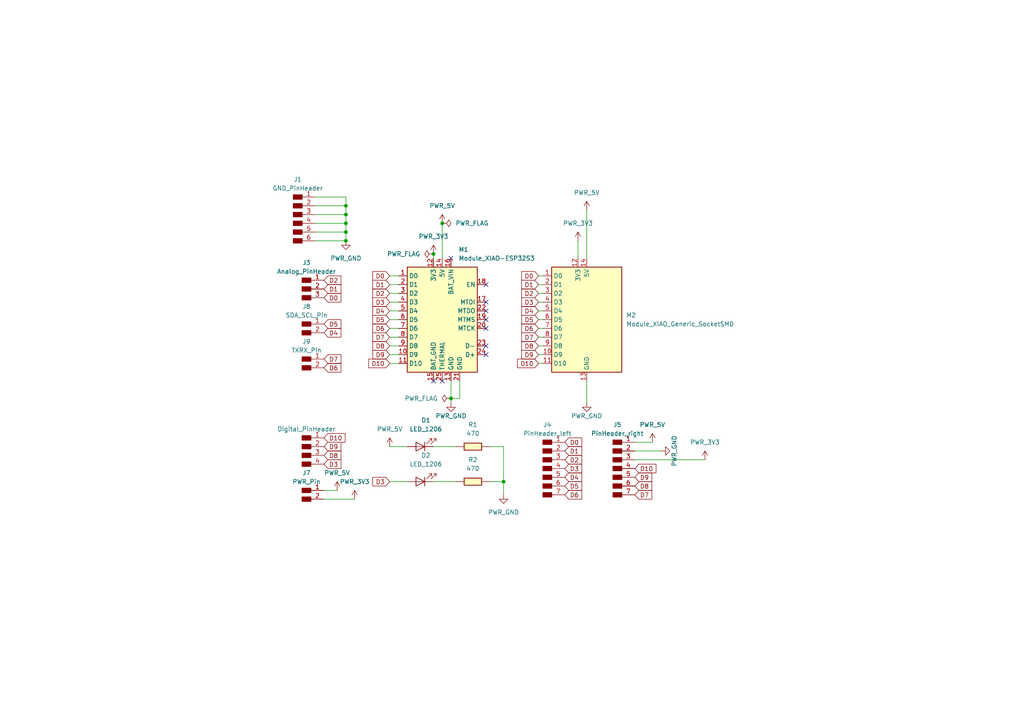
<source format=kicad_sch>
(kicad_sch (version 20231120) (generator "eeschema") (generator_version "8.0")
  (paper "A4")
  (lib_symbols
    (symbol "fab:LED_1206" (pin_numbers hide) (pin_names (offset 1.016) hide)
      (property "Reference" "D" (at 0 2.54 0))
      (property "Value" "LED_1206" (at 0 -2.54 0))
      (symbol "LED_1206_0_1"
        (polyline (pts (xy -1.27 -1.27) (xy -1.27 1.27)) (stroke (width 0.2032)))
        (polyline (pts (xy -1.27 0) (xy 1.27 0)))
        (polyline (pts (xy 1.27 -1.27) (xy 1.27 1.27) (xy -1.27 0) (xy 1.27 -1.27)) (stroke (width 0.2032)))
        (polyline (pts (xy -3.048 -0.762) (xy -4.572 -2.286) (xy -3.81 -2.286) (xy -4.572 -2.286) (xy -4.572 -1.524)))
        (polyline (pts (xy -1.778 -0.762) (xy -3.302 -2.286) (xy -2.54 -2.286) (xy -3.302 -2.286) (xy -3.302 -1.524)))
      )
      (symbol "LED_1206_1_1"
        (pin passive line (at -3.81 0 0) (length 2.54) (name "K") (number "1"))
        (pin passive line (at 3.81 0 180) (length 2.54) (name "A") (number "2"))
      )
    )
    (symbol "fab:Module_XIAO-ESP32S3"
      (property "Reference" "M" (at -10.16 16.51 0))
      (property "Value" "Module_XIAO-ESP32S3" (at 3.81 16.51 0))
      (symbol "Module_XIAO-ESP32S3_1_1"
        (rectangle (start -10.16 15.24) (end 10.16 -15.24) (stroke (width 0.254)) (fill (type background)))
        (pin bidirectional line (at -12.7 12.7 0) (length 2.54) (name "D0") (number "1"))
        (pin bidirectional line (at -12.7 -10.16 0) (length 2.54) (name "D9") (number "10"))
        (pin bidirectional line (at -12.7 -12.7 0) (length 2.54) (name "D10") (number "11"))
        (pin power_in line (at -2.54 17.78 270) (length 2.54) (name "3V3") (number "12"))
        (pin power_in line (at 2.54 -17.78 90) (length 2.54) (name "GND") (number "13"))
        (pin power_in line (at 0 17.78 270) (length 2.54) (name "5V") (number "14"))
        (pin power_in line (at -2.54 -17.78 90) (length 2.54) (name "BAT_GND") (number "15"))
        (pin power_in line (at 2.54 17.78 270) (length 2.54) (name "BAT_VIN") (number "16"))
        (pin input line (at 12.7 5.08 180) (length 2.54) (name "MTDI") (number "17"))
        (pin input line (at 12.7 10.16 180) (length 2.54) (name "EN") (number "18"))
        (pin input line (at 12.7 0 180) (length 2.54) (name "MTMS") (number "19"))
        (pin bidirectional line (at -12.7 10.16 0) (length 2.54) (name "D1") (number "2"))
        (pin input line (at 12.7 -2.54 180) (length 2.54) (name "MTCK") (number "20"))
        (pin power_in line (at 5.08 -17.78 90) (length 2.54) (name "GND") (number "21"))
        (pin output line (at 12.7 2.54 180) (length 2.54) (name "MTDO") (number "22"))
        (pin bidirectional line (at 12.7 -7.62 180) (length 2.54) (name "D-") (number "23"))
        (pin bidirectional line (at 12.7 -10.16 180) (length 2.54) (name "D+") (number "24"))
        (pin power_in line (at 0 -17.78 90) (length 2.54) (name "THERMAL") (number "25"))
        (pin bidirectional line (at -12.7 7.62 0) (length 2.54) (name "D2") (number "3"))
        (pin bidirectional line (at -12.7 5.08 0) (length 2.54) (name "D3") (number "4"))
        (pin bidirectional line (at -12.7 2.54 0) (length 2.54) (name "D4") (number "5"))
        (pin bidirectional line (at -12.7 0 0) (length 2.54) (name "D5") (number "6"))
        (pin bidirectional line (at -12.7 -2.54 0) (length 2.54) (name "D6") (number "7"))
        (pin bidirectional line (at -12.7 -5.08 0) (length 2.54) (name "D7") (number "8"))
        (pin bidirectional line (at -12.7 -7.62 0) (length 2.54) (name "D8") (number "9"))
      )
    )
    (symbol "fab:Module_XIAO_Generic_SocketSMD"
      (property "Reference" "M" (at -10.16 16.51 0))
      (property "Value" "Module_XIAO_Generic_SocketSMD" (at 1.27 16.51 0))
      (symbol "Module_XIAO_Generic_SocketSMD_1_1"
        (rectangle (start -10.16 15.24) (end 10.16 -15.24) (stroke (width 0.254)) (fill (type background)))
        (pin bidirectional line (at -12.7 12.7 0) (length 2.54) (name "D0") (number "1"))
        (pin bidirectional line (at -12.7 -10.16 0) (length 2.54) (name "D9") (number "10"))
        (pin bidirectional line (at -12.7 -12.7 0) (length 2.54) (name "D10") (number "11"))
        (pin power_in line (at -2.54 17.78 270) (length 2.54) (name "3V3") (number "12"))
        (pin power_in line (at 0 -17.78 90) (length 2.54) (name "GND") (number "13"))
        (pin power_in line (at 0 17.78 270) (length 2.54) (name "5V") (number "14"))
        (pin bidirectional line (at -12.7 10.16 0) (length 2.54) (name "D1") (number "2"))
        (pin bidirectional line (at -12.7 7.62 0) (length 2.54) (name "D2") (number "3"))
        (pin bidirectional line (at -12.7 5.08 0) (length 2.54) (name "D3") (number "4"))
        (pin bidirectional line (at -12.7 2.54 0) (length 2.54) (name "D4") (number "5"))
        (pin bidirectional line (at -12.7 0 0) (length 2.54) (name "D5") (number "6"))
        (pin bidirectional line (at -12.7 -2.54 0) (length 2.54) (name "D6") (number "7"))
        (pin bidirectional line (at -12.7 -5.08 0) (length 2.54) (name "D7") (number "8"))
        (pin bidirectional line (at -12.7 -7.62 0) (length 2.54) (name "D8") (number "9"))
      )
    )
    (symbol "fab:PWR_3V3" (power) (pin_names (offset 0))
      (property "Value" "PWR_3V3" (at 0 3.556 0))
      (symbol "PWR_3V3_0_1"
        (polyline (pts (xy -0.762 1.27) (xy 0 2.54)))
        (polyline (pts (xy 0 0) (xy 0 2.54)))
        (polyline (pts (xy 0 2.54) (xy 0.762 1.27)))
      )
      (symbol "PWR_3V3_1_1"
        (pin power_in line (at 0 0 90) (length 0) hide (name "PWR_3V3") (number "1"))
      )
    )
    (symbol "fab:PWR_5V" (power) (pin_names (offset 0))
      (property "Value" "PWR_5V" (at 0 3.556 0))
      (symbol "PWR_5V_0_1"
        (polyline (pts (xy -0.762 1.27) (xy 0 2.54)))
        (polyline (pts (xy 0 0) (xy 0 2.54)))
        (polyline (pts (xy 0 2.54) (xy 0.762 1.27)))
      )
      (symbol "PWR_5V_1_1"
        (pin power_in line (at 0 0 90) (length 0) hide (name "PWR_5V") (number "1"))
      )
    )
    (symbol "fab:PWR_FLAG" (power) (pin_numbers hide) (pin_names (offset 0) hide)
      (property "Value" "PWR_FLAG" (at 0 3.81 0))
      (symbol "PWR_FLAG_0_1"
        (polyline (pts (xy 0 0) (xy 0 1.27) (xy -1.016 1.905) (xy 0 2.54) (xy 1.016 1.905) (xy 0 1.27)))
      )
      (symbol "PWR_FLAG_1_0"
        (pin power_out line (at 0 0 90) (length 0) (name "PWR_FLAG") (number "1"))
      )
    )
    (symbol "fab:PWR_GND" (power) (pin_names (offset 0))
      (property "Value" "PWR_GND" (at 0 -3.81 0))
      (symbol "PWR_GND_0_1"
        (polyline (pts (xy 0 0) (xy 0 -1.27) (xy 1.27 -1.27) (xy 0 -2.54) (xy -1.27 -1.27) (xy 0 -1.27)))
      )
      (symbol "PWR_GND_1_1"
        (pin power_in line (at 0 0 270) (length 0) hide (name "PWR_GND") (number "1"))
      )
    )
    (symbol "fab:PinHeader_01x02_P2.54mm_Horizontal_SMD" (pin_names hide)
      (property "Reference" "J" (at 0 2.54 0))
      (property "Value" "PinHeader_01x02_P2.54mm_Horizontal_SMD" (at 0 -5.08 0))
      (symbol "PinHeader_01x02_P2.54mm_Horizontal_SMD_1_1"
        (rectangle (start -1.27 -1.905) (end 1.27 -3.175) (stroke (width 0.254)) (fill (type outline)))
        (rectangle (start -1.27 0.635) (end 1.27 -0.635) (stroke (width 0.254)) (fill (type outline)))
        (pin passive line (at 5.08 0 180) (length 3.81) (name "Pin_1") (number "1"))
        (pin passive line (at 5.08 -2.54 180) (length 3.81) (name "Pin_2") (number "2"))
      )
    )
    (symbol "fab:PinHeader_01x03_P2.54mm_Horizontal_SMD" (pin_names hide)
      (property "Reference" "J" (at 0 5.08 0))
      (property "Value" "PinHeader_01x03_P2.54mm_Horizontal_SMD" (at 0 -5.08 0))
      (symbol "PinHeader_01x03_P2.54mm_Horizontal_SMD_1_1"
        (rectangle (start -1.27 -1.905) (end 1.27 -3.175) (stroke (width 0.254)) (fill (type outline)))
        (rectangle (start -1.27 0.635) (end 1.27 -0.635) (stroke (width 0.254)) (fill (type outline)))
        (rectangle (start -1.27 3.175) (end 1.27 1.905) (stroke (width 0.254)) (fill (type outline)))
        (pin passive line (at 5.08 2.54 180) (length 3.81) (name "Pin_1") (number "1"))
        (pin passive line (at 5.08 0 180) (length 3.81) (name "Pin_2") (number "2"))
        (pin passive line (at 5.08 -2.54 180) (length 3.81) (name "Pin_3") (number "3"))
      )
    )
    (symbol "fab:PinHeader_01x04_P2.54mm_Horizontal_SMD" (pin_names hide)
      (property "Reference" "J" (at 0 5.08 0))
      (property "Value" "PinHeader_01x04_P2.54mm_Horizontal_SMD" (at 0 -7.62 0))
      (symbol "PinHeader_01x04_P2.54mm_Horizontal_SMD_1_1"
        (rectangle (start -1.27 -4.445) (end 1.27 -5.715) (stroke (width 0.254)) (fill (type outline)))
        (rectangle (start -1.27 -1.905) (end 1.27 -3.175) (stroke (width 0.254)) (fill (type outline)))
        (rectangle (start -1.27 0.635) (end 1.27 -0.635) (stroke (width 0.254)) (fill (type outline)))
        (rectangle (start -1.27 3.175) (end 1.27 1.905) (stroke (width 0.254)) (fill (type outline)))
        (pin passive line (at 5.08 2.54 180) (length 3.81) (name "Pin_1") (number "1"))
        (pin passive line (at 5.08 0 180) (length 3.81) (name "Pin_2") (number "2"))
        (pin passive line (at 5.08 -2.54 180) (length 3.81) (name "Pin_3") (number "3"))
        (pin passive line (at 5.08 -5.08 180) (length 3.81) (name "Pin_4") (number "4"))
      )
    )
    (symbol "fab:PinHeader_01x06_P2.54mm_Horizontal_SMD" (pin_names hide)
      (property "Reference" "J" (at 0 7.62 0))
      (property "Value" "PinHeader_01x06_P2.54mm_Horizontal_SMD" (at 0 -10.16 0))
      (symbol "PinHeader_01x06_P2.54mm_Horizontal_SMD_1_1"
        (rectangle (start -1.27 -6.985) (end 1.27 -8.255) (stroke (width 0.254)) (fill (type outline)))
        (rectangle (start -1.27 -4.445) (end 1.27 -5.715) (stroke (width 0.254)) (fill (type outline)))
        (rectangle (start -1.27 -1.905) (end 1.27 -3.175) (stroke (width 0.254)) (fill (type outline)))
        (rectangle (start -1.27 0.635) (end 1.27 -0.635) (stroke (width 0.254)) (fill (type outline)))
        (rectangle (start -1.27 3.175) (end 1.27 1.905) (stroke (width 0.254)) (fill (type outline)))
        (rectangle (start -1.27 5.715) (end 1.27 4.445) (stroke (width 0.254)) (fill (type outline)))
        (pin passive line (at 5.08 5.08 180) (length 3.81) (name "Pin_1") (number "1"))
        (pin passive line (at 5.08 2.54 180) (length 3.81) (name "Pin_2") (number "2"))
        (pin passive line (at 5.08 0 180) (length 3.81) (name "Pin_3") (number "3"))
        (pin passive line (at 5.08 -2.54 180) (length 3.81) (name "Pin_4") (number "4"))
        (pin passive line (at 5.08 -5.08 180) (length 3.81) (name "Pin_5") (number "5"))
        (pin passive line (at 5.08 -7.62 180) (length 3.81) (name "Pin_6") (number "6"))
      )
    )
    (symbol "fab:PinHeader_01x07_P2.54mm_Vertical_THT_D1.4mm" (pin_names hide)
      (property "Reference" "J" (at 0 10.16 0))
      (property "Value" "PinHeader_01x07_P2.54mm_Vertical_THT_D1.4mm" (at 0 -10.16 0))
      (symbol "PinHeader_01x07_P2.54mm_Vertical_THT_D1.4mm_1_1"
        (rectangle (start -1.27 -6.985) (end 1.27 -8.255) (stroke (width 0.254)) (fill (type outline)))
        (rectangle (start -1.27 -4.445) (end 1.27 -5.715) (stroke (width 0.254)) (fill (type outline)))
        (rectangle (start -1.27 -1.905) (end 1.27 -3.175) (stroke (width 0.254)) (fill (type outline)))
        (rectangle (start -1.27 0.635) (end 1.27 -0.635) (stroke (width 0.254)) (fill (type outline)))
        (rectangle (start -1.27 3.175) (end 1.27 1.905) (stroke (width 0.254)) (fill (type outline)))
        (rectangle (start -1.27 5.715) (end 1.27 4.445) (stroke (width 0.254)) (fill (type outline)))
        (rectangle (start -1.27 8.255) (end 1.27 6.985) (stroke (width 0.254)) (fill (type outline)))
        (pin passive line (at 5.08 7.62 180) (length 3.81) (name "Pin_1") (number "1"))
        (pin passive line (at 5.08 5.08 180) (length 3.81) (name "Pin_2") (number "2"))
        (pin passive line (at 5.08 2.54 180) (length 3.81) (name "Pin_3") (number "3"))
        (pin passive line (at 5.08 0 180) (length 3.81) (name "Pin_4") (number "4"))
        (pin passive line (at 5.08 -2.54 180) (length 3.81) (name "Pin_5") (number "5"))
        (pin passive line (at 5.08 -5.08 180) (length 3.81) (name "Pin_6") (number "6"))
        (pin passive line (at 5.08 -7.62 180) (length 3.81) (name "Pin_7") (number "7"))
      )
    )
    (symbol "fab:R_1206" (pin_numbers hide) (pin_names (offset 0))
      (property "Reference" "R" (at 2.54 0 90))
      (property "Value" "R_1206" (at -2.54 0 90))
      (symbol "R_1206_0_1"
        (rectangle (start -1.016 -2.54) (end 1.016 2.54) (stroke (width 0.254)) (fill (type background)))
      )
      (symbol "R_1206_1_1"
        (pin passive line (at 0 5.08 270) (length 2.54) (name "~") (number "1"))
        (pin passive line (at 0 -5.08 90) (length 2.54) (name "~") (number "2"))
      )
    )
  )
  (junction (at 125.73 73.66))
  (junction (at 100.33 59.69))
  (junction (at 100.33 64.77))
  (junction (at 146.05 139.7))
  (junction (at 100.33 69.85))
  (junction (at 130.81 115.57))
  (junction (at 128.27 64.77))
  (junction (at 100.33 67.31))
  (junction (at 100.33 62.23))
  (no_connect (at 140.97 82.55))
  (no_connect (at 128.27 110.49))
  (no_connect (at 140.97 100.33))
  (no_connect (at 125.73 110.49))
  (no_connect (at 140.97 92.71))
  (no_connect (at 130.81 74.93))
  (no_connect (at 140.97 87.63))
  (no_connect (at 140.97 90.17))
  (no_connect (at 140.97 95.25))
  (no_connect (at 140.97 102.87))
  (wire (pts (xy 157.48 80.01) (xy 156.21 80.01)))
  (wire (pts (xy 157.48 87.63) (xy 156.21 87.63)))
  (wire (pts (xy 157.48 85.09) (xy 156.21 85.09)))
  (wire (pts (xy 113.03 97.79) (xy 115.57 97.79)))
  (wire (pts (xy 113.03 100.33) (xy 115.57 100.33)))
  (wire (pts (xy 91.44 64.77) (xy 100.33 64.77)))
  (wire (pts (xy 97.79 142.24) (xy 93.98 142.24)))
  (wire (pts (xy 91.44 67.31) (xy 100.33 67.31)))
  (wire (pts (xy 130.81 110.49) (xy 130.81 115.57)))
  (wire (pts (xy 113.03 80.01) (xy 115.57 80.01)))
  (wire (pts (xy 113.03 92.71) (xy 115.57 92.71)))
  (wire (pts (xy 191.77 130.81) (xy 184.15 130.81)))
  (wire (pts (xy 146.05 129.54) (xy 146.05 139.7)))
  (wire (pts (xy 128.27 74.93) (xy 128.27 64.77)))
  (wire (pts (xy 157.48 105.41) (xy 156.21 105.41)))
  (wire (pts (xy 125.73 139.7) (xy 132.08 139.7)))
  (wire (pts (xy 157.48 90.17) (xy 156.21 90.17)))
  (wire (pts (xy 113.03 105.41) (xy 115.57 105.41)))
  (wire (pts (xy 130.81 116.84) (xy 130.81 115.57)))
  (wire (pts (xy 113.03 87.63) (xy 115.57 87.63)))
  (wire (pts (xy 157.48 92.71) (xy 156.21 92.71)))
  (wire (pts (xy 130.81 115.57) (xy 133.35 115.57)))
  (wire (pts (xy 113.03 90.17) (xy 115.57 90.17)))
  (wire (pts (xy 113.03 129.54) (xy 118.11 129.54)))
  (wire (pts (xy 157.48 95.25) (xy 156.21 95.25)))
  (wire (pts (xy 189.23 128.27) (xy 184.15 128.27)))
  (wire (pts (xy 125.73 129.54) (xy 132.08 129.54)))
  (wire (pts (xy 157.48 100.33) (xy 156.21 100.33)))
  (wire (pts (xy 91.44 57.15) (xy 100.33 57.15)))
  (wire (pts (xy 100.33 64.77) (xy 100.33 67.31)))
  (wire (pts (xy 102.87 144.78) (xy 93.98 144.78)))
  (wire (pts (xy 113.03 82.55) (xy 115.57 82.55)))
  (wire (pts (xy 91.44 69.85) (xy 100.33 69.85)))
  (wire (pts (xy 133.35 110.49) (xy 133.35 115.57)))
  (wire (pts (xy 100.33 57.15) (xy 100.33 59.69)))
  (wire (pts (xy 113.03 102.87) (xy 115.57 102.87)))
  (wire (pts (xy 157.48 82.55) (xy 156.21 82.55)))
  (wire (pts (xy 113.03 95.25) (xy 115.57 95.25)))
  (wire (pts (xy 157.48 97.79) (xy 156.21 97.79)))
  (wire (pts (xy 204.47 133.35) (xy 184.15 133.35)))
  (wire (pts (xy 167.64 69.85) (xy 167.64 74.93)))
  (wire (pts (xy 91.44 59.69) (xy 100.33 59.69)))
  (wire (pts (xy 146.05 139.7) (xy 146.05 143.51)))
  (wire (pts (xy 170.18 110.49) (xy 170.18 116.84)))
  (wire (pts (xy 91.44 62.23) (xy 100.33 62.23)))
  (wire (pts (xy 100.33 59.69) (xy 100.33 62.23)))
  (wire (pts (xy 113.03 85.09) (xy 115.57 85.09)))
  (wire (pts (xy 142.24 129.54) (xy 146.05 129.54)))
  (wire (pts (xy 125.73 73.66) (xy 125.73 74.93)))
  (wire (pts (xy 113.03 139.7) (xy 118.11 139.7)))
  (wire (pts (xy 170.18 60.96) (xy 170.18 74.93)))
  (wire (pts (xy 142.24 139.7) (xy 146.05 139.7)))
  (wire (pts (xy 157.48 102.87) (xy 156.21 102.87)))
  (wire (pts (xy 100.33 67.31) (xy 100.33 69.85)))
  (wire (pts (xy 100.33 62.23) (xy 100.33 64.77)))
  (global_label "D1" (shape input) (at 163.83 130.81 0) (property "Intersheetrefs" "${INTERSHEET_REFS}" (effects (hide yes))))
  (global_label "D2" (shape input) (at 163.83 133.35 0) (property "Intersheetrefs" "${INTERSHEET_REFS}" (effects (hide yes))))
  (global_label "D9" (shape input) (at 113.03 102.87 180) (property "Intersheetrefs" "${INTERSHEET_REFS}" (effects (hide yes))))
  (global_label "D7" (shape input) (at 93.98 104.14 0) (property "Intersheetrefs" "${INTERSHEET_REFS}" (effects (hide yes))))
  (global_label "D0" (shape input) (at 93.98 86.36 0) (property "Intersheetrefs" "${INTERSHEET_REFS}" (effects (hide yes))))
  (global_label "D8" (shape input) (at 113.03 100.33 180) (property "Intersheetrefs" "${INTERSHEET_REFS}" (effects (hide yes))))
  (global_label "D7" (shape input) (at 184.15 143.51 0) (property "Intersheetrefs" "${INTERSHEET_REFS}" (effects (hide yes))))
  (global_label "D3" (shape input) (at 163.83 135.89 0) (property "Intersheetrefs" "${INTERSHEET_REFS}" (effects (hide yes))))
  (global_label "D5" (shape input) (at 163.83 140.97 0) (property "Intersheetrefs" "${INTERSHEET_REFS}" (effects (hide yes))))
  (global_label "D3" (shape input) (at 93.98 134.62 0) (property "Intersheetrefs" "${INTERSHEET_REFS}" (effects (hide yes))))
  (global_label "D0" (shape input) (at 163.83 128.27 0) (property "Intersheetrefs" "${INTERSHEET_REFS}" (effects (hide yes))))
  (global_label "D4" (shape input) (at 113.03 90.17 180) (property "Intersheetrefs" "${INTERSHEET_REFS}" (effects (hide yes))))
  (global_label "D0" (shape input) (at 156.21 80.01 180) (property "Intersheetrefs" "${INTERSHEET_REFS}" (effects (hide yes))))
  (global_label "D0" (shape input) (at 113.03 80.01 180) (property "Intersheetrefs" "${INTERSHEET_REFS}" (effects (hide yes))))
  (global_label "D9" (shape input) (at 93.98 129.54 0) (property "Intersheetrefs" "${INTERSHEET_REFS}" (effects (hide yes))))
  (global_label "D5" (shape input) (at 93.98 93.98 0) (property "Intersheetrefs" "${INTERSHEET_REFS}" (effects (hide yes))))
  (global_label "D9" (shape input) (at 156.21 102.87 180) (property "Intersheetrefs" "${INTERSHEET_REFS}" (effects (hide yes))))
  (global_label "D4" (shape input) (at 163.83 138.43 0) (property "Intersheetrefs" "${INTERSHEET_REFS}" (effects (hide yes))))
  (global_label "D6" (shape input) (at 93.98 106.68 0) (property "Intersheetrefs" "${INTERSHEET_REFS}" (effects (hide yes))))
  (global_label "D1" (shape input) (at 156.21 82.55 180) (property "Intersheetrefs" "${INTERSHEET_REFS}" (effects (hide yes))))
  (global_label "D3" (shape input) (at 156.21 87.63 180) (property "Intersheetrefs" "${INTERSHEET_REFS}" (effects (hide yes))))
  (global_label "D2" (shape input) (at 156.21 85.09 180) (property "Intersheetrefs" "${INTERSHEET_REFS}" (effects (hide yes))))
  (global_label "D6" (shape input) (at 113.03 95.25 180) (property "Intersheetrefs" "${INTERSHEET_REFS}" (effects (hide yes))))
  (global_label "D3" (shape input) (at 113.03 87.63 180) (property "Intersheetrefs" "${INTERSHEET_REFS}" (effects (hide yes))))
  (global_label "D7" (shape input) (at 156.21 97.79 180) (property "Intersheetrefs" "${INTERSHEET_REFS}" (effects (hide yes))))
  (global_label "D1" (shape input) (at 93.98 83.82 0) (property "Intersheetrefs" "${INTERSHEET_REFS}" (effects (hide yes))))
  (global_label "D8" (shape input) (at 184.15 140.97 0) (property "Intersheetrefs" "${INTERSHEET_REFS}" (effects (hide yes))))
  (global_label "D7" (shape input) (at 113.03 97.79 180) (property "Intersheetrefs" "${INTERSHEET_REFS}" (effects (hide yes))))
  (global_label "D5" (shape input) (at 156.21 92.71 180) (property "Intersheetrefs" "${INTERSHEET_REFS}" (effects (hide yes))))
  (global_label "D9" (shape input) (at 184.15 138.43 0) (property "Intersheetrefs" "${INTERSHEET_REFS}" (effects (hide yes))))
  (global_label "D2" (shape input) (at 113.03 85.09 180) (property "Intersheetrefs" "${INTERSHEET_REFS}" (effects (hide yes))))
  (global_label "D10" (shape input) (at 156.21 105.41 180) (property "Intersheetrefs" "${INTERSHEET_REFS}" (effects (hide yes))))
  (global_label "D10" (shape input) (at 113.03 105.41 180) (property "Intersheetrefs" "${INTERSHEET_REFS}" (effects (hide yes))))
  (global_label "D8" (shape input) (at 93.98 132.08 0) (property "Intersheetrefs" "${INTERSHEET_REFS}" (effects (hide yes))))
  (global_label "D10" (shape input) (at 184.15 135.89 0) (property "Intersheetrefs" "${INTERSHEET_REFS}" (effects (hide yes))))
  (global_label "D6" (shape input) (at 163.83 143.51 0) (property "Intersheetrefs" "${INTERSHEET_REFS}" (effects (hide yes))))
  (global_label "D1" (shape input) (at 113.03 82.55 180) (property "Intersheetrefs" "${INTERSHEET_REFS}" (effects (hide yes))))
  (global_label "D4" (shape input) (at 93.98 96.52 0) (property "Intersheetrefs" "${INTERSHEET_REFS}" (effects (hide yes))))
  (global_label "D4" (shape input) (at 156.21 90.17 180) (property "Intersheetrefs" "${INTERSHEET_REFS}" (effects (hide yes))))
  (global_label "D2" (shape input) (at 93.98 81.28 0) (property "Intersheetrefs" "${INTERSHEET_REFS}" (effects (hide yes))))
  (global_label "D6" (shape input) (at 156.21 95.25 180) (property "Intersheetrefs" "${INTERSHEET_REFS}" (effects (hide yes))))
  (global_label "D3" (shape input) (at 113.03 139.7 180) (property "Intersheetrefs" "${INTERSHEET_REFS}" (effects (hide yes))))
  (global_label "D5" (shape input) (at 113.03 92.71 180) (property "Intersheetrefs" "${INTERSHEET_REFS}" (effects (hide yes))))
  (global_label "D10" (shape input) (at 93.98 127 0) (property "Intersheetrefs" "${INTERSHEET_REFS}" (effects (hide yes))))
  (global_label "D8" (shape input) (at 156.21 100.33 180) (property "Intersheetrefs" "${INTERSHEET_REFS}" (effects (hide yes))))
  (symbol (lib_id "fab:PWR_3V3") (at 167.64 69.85 0) (unit 1)
    (property "Reference" "#PWR8" (effects (hide yes)))
    (property "Value" "PWR_3V3" (at 167.64 64.77 0))
    (property "Description" "Power symbol creates a global label with name \"+3V3\"" (effects (hide yes)))
  )
  (symbol (lib_id "fab:PinHeader_01x02_P2.54mm_Horizontal_SMD") (at 88.9 104.14 0) (unit 1)
    (property "Reference" "J9" (at 88.9 99.06 0))
    (property "Value" "TXRX_Pin" (at 88.9 101.6 0))
    (property "Footprint" "fab:PinHeader_01x02_P2.54mm_Horizontal_SMD" (effects (hide yes)))
    (property "Description" "Male connector, single row" (effects (hide yes)))
  )
  (symbol (lib_id "fab:PinHeader_01x07_P2.54mm_Vertical_THT_D1.4mm") (at 179.07 135.89 0) (unit 1)
    (property "Reference" "J5" (at 179.07 123.19 0))
    (property "Value" "PinHeader_right" (at 179.07 125.73 0))
    (property "Footprint" "fab:PinHeader_01x07_P2.54mm_Vertical_THT_D1.4mm" (effects (hide yes)))
    (property "Datasheet" "https://media.digikey.com/PDF/Data%20Sheets/Sullins%20PDFs/xRxCzzzSxxN-RC_ST_11635-B.pdf" (effects (hide yes)))
    (property "Description" "Connector Header Through Hole 7 positions 0.100\" (2.54mm)" (effects (hide yes)))
  )
  (symbol (lib_id "fab:Module_XIAO-ESP32S3") (at 128.27 92.71 0) (unit 1)
    (property "Reference" "M1" (at 133.0041 72.39 0) (effects (justify left)))
    (property "Value" "Module_XIAO-ESP32S3" (at 133.0041 74.93 0) (effects (justify left)))
    (property "Footprint" "fab:SeeedStudio_XIAO_ESP32S3" (effects (hide yes)))
    (property "Datasheet" "https://wiki.seeedstudio.com/xiao_esp32s3_getting_started/" (effects (hide yes)))
    (property "Description" "ESP32-C3 Transceiver; 802.11 a/b/g/n (Wi-Fi, WiFi, WLAN), Bluetooth® Smart 4.x Low Energy (BLE) 2.4GHz Evaluation Board" (effects (hide yes)))
  )
  (symbol (lib_id "fab:PWR_5V") (at 128.27 64.77 0) (unit 1)
    (property "Reference" "#PWR2" (effects (hide yes)))
    (property "Value" "PWR_5V" (at 128.27 59.69 0))
    (property "Description" "Power symbol creates a global label with name \"+5V\"" (effects (hide yes)))
  )
  (symbol (lib_id "fab:PWR_GND") (at 130.81 116.84 0) (unit 1)
    (property "Reference" "#PWR4" (effects (hide yes)))
    (property "Value" "PWR_GND" (at 130.81 120.65 0))
    (property "Description" "Power symbol creates a global label with name \"GND\" , ground" (effects (hide yes)))
  )
  (symbol (lib_id "fab:Module_XIAO_Generic_SocketSMD") (at 170.18 92.71 0) (unit 1)
    (property "Reference" "M2" (at 181.61 91.4399 0) (effects (justify left)))
    (property "Value" "Module_XIAO_Generic_SocketSMD" (at 181.61 93.9799 0) (effects (justify left)))
    (property "Footprint" "fab:Module_XIAO_Generic_SocketSMD" (effects (hide yes)))
    (property "Datasheet" "https://wiki.seeedstudio.com/xiao_topic_page/" (effects (hide yes)))
    (property "Description" "The Seeed Studio XIAO series, named after the Chinese word for \"small,\" comprises tiny development boards based on various hardware platforms of ESP32, SAMD21, RP2040, nRF52840, RP2350 and RA4M1, MG24" (effects (hide yes)))
  )
  (symbol (lib_id "fab:PWR_FLAG") (at 128.27 64.77 270) (unit 1)
    (property "Reference" "#FLG1" (effects (hide yes)))
    (property "Value" "PWR_FLAG" (at 132.08 64.7699 90) (effects (justify left)))
    (property "Description" "Special symbol for telling ERC where power comes from" (effects (hide yes)))
  )
  (symbol (lib_id "fab:PWR_3V3") (at 102.87 144.78 0) (unit 1)
    (property "Reference" "#PWR14" (effects (hide yes)))
    (property "Value" "PWR_3V3" (at 102.87 139.7 0))
    (property "Description" "Power symbol creates a global label with name \"+3V3\"" (effects (hide yes)))
  )
  (symbol (lib_id "fab:PWR_3V3") (at 125.73 73.66 0) (unit 1)
    (property "Reference" "#PWR5" (effects (hide yes)))
    (property "Value" "PWR_3V3" (at 125.73 68.58 0))
    (property "Description" "Power symbol creates a global label with name \"+3V3\"" (effects (hide yes)))
  )
  (symbol (lib_id "fab:PinHeader_01x02_P2.54mm_Horizontal_SMD") (at 88.9 93.98 0) (unit 1)
    (property "Reference" "J8" (at 88.9 88.9 0))
    (property "Value" "SDA_SCL_Pin" (at 88.9 91.44 0))
    (property "Footprint" "fab:PinHeader_01x02_P2.54mm_Horizontal_SMD" (effects (hide yes)))
    (property "Description" "Male connector, single row" (effects (hide yes)))
  )
  (symbol (lib_id "fab:PinHeader_01x06_P2.54mm_Horizontal_SMD") (at 86.36 62.23 0) (unit 1)
    (property "Reference" "J1" (at 86.36 52.07 0))
    (property "Value" "GND_PinHeader" (at 86.36 54.61 0))
    (property "Footprint" "fab:PinHeader_01x06_P2.54mm_Horizontal_SMD" (effects (hide yes)))
    (property "Datasheet" "https://gct.co/files/specs/2.54mm-socket-spec.pdf" (effects (hide yes)))
    (property "Description" "Male connector, single row" (effects (hide yes)))
  )
  (symbol (lib_id "fab:PWR_5V") (at 113.03 129.54 0) (unit 1)
    (property "Reference" "#PWR6" (effects (hide yes)))
    (property "Value" "PWR_5V" (at 113.03 124.46 0))
    (property "Description" "Power symbol creates a global label with name \"+5V\"" (effects (hide yes)))
  )
  (symbol (lib_id "fab:PWR_GND") (at 170.18 116.84 0) (unit 1)
    (property "Reference" "#PWR7" (effects (hide yes)))
    (property "Value" "PWR_GND" (at 170.18 120.65 0))
    (property "Description" "Power symbol creates a global label with name \"GND\" , ground" (effects (hide yes)))
  )
  (symbol (lib_id "fab:PWR_GND") (at 100.33 69.85 0) (unit 1)
    (property "Reference" "#PWR3" (effects (hide yes)))
    (property "Value" "PWR_GND" (at 100.33 74.93 0))
    (property "Description" "Power symbol creates a global label with name \"GND\" , ground" (effects (hide yes)))
  )
  (symbol (lib_id "fab:R_1206") (at 137.16 129.54 90) (unit 1)
    (property "Reference" "R1" (at 137.16 123.19 90))
    (property "Value" "470" (at 137.16 125.73 90))
    (property "Footprint" "fab:R_1206" (effects (hide yes)))
    (property "Description" "Resistor" (effects (hide yes)))
  )
  (symbol (lib_id "fab:PWR_5V") (at 189.23 128.27 0) (unit 1)
    (property "Reference" "#PWR10" (effects (hide yes)))
    (property "Value" "PWR_5V" (at 189.23 123.19 0))
    (property "Description" "Power symbol creates a global label with name \"+5V\"" (effects (hide yes)))
  )
  (symbol (lib_id "fab:PinHeader_01x02_P2.54mm_Horizontal_SMD") (at 88.9 142.24 0) (unit 1)
    (property "Reference" "J7" (at 88.9 137.16 0))
    (property "Value" "PWR_Pin" (at 88.9 139.7 0))
    (property "Footprint" "fab:PinHeader_01x02_P2.54mm_Horizontal_SMD" (effects (hide yes)))
    (property "Description" "Male connector, single row" (effects (hide yes)))
  )
  (symbol (lib_id "fab:PWR_5V") (at 97.79 142.24 0) (unit 1)
    (property "Reference" "#PWR13" (effects (hide yes)))
    (property "Value" "PWR_5V" (at 97.79 137.16 0))
    (property "Description" "Power symbol creates a global label with name \"+5V\"" (effects (hide yes)))
  )
  (symbol (lib_id "fab:PWR_FLAG") (at 130.81 115.57 90) (unit 1)
    (property "Reference" "#FLG4" (effects (hide yes)))
    (property "Value" "PWR_FLAG" (at 127 115.5699 90) (effects (justify left)))
    (property "Description" "Special symbol for telling ERC where power comes from" (effects (hide yes)))
  )
  (symbol (lib_id "fab:PinHeader_01x07_P2.54mm_Vertical_THT_D1.4mm") (at 158.75 135.89 0) (unit 1)
    (property "Reference" "J4" (at 158.75 123.19 0))
    (property "Value" "PinHeader_left" (at 158.75 125.73 0))
    (property "Footprint" "fab:PinHeader_01x07_P2.54mm_Vertical_THT_D1.4mm" (effects (hide yes)))
    (property "Datasheet" "https://media.digikey.com/PDF/Data%20Sheets/Sullins%20PDFs/xRxCzzzSxxN-RC_ST_11635-B.pdf" (effects (hide yes)))
    (property "Description" "Connector Header Through Hole 7 positions 0.100\" (2.54mm)" (effects (hide yes)))
  )
  (symbol (lib_id "fab:LED_1206") (at 121.92 129.54 180) (unit 1)
    (property "Reference" "D1" (at 123.5202 121.92 0))
    (property "Value" "LED_1206" (at 123.5202 124.46 0))
    (property "Footprint" "fab:LED_1206" (effects (hide yes)))
    (property "Datasheet" "https://optoelectronics.liteon.com/upload/download/DS-22-98-0002/LTST-C150CKT.pdf" (effects (hide yes)))
    (property "Description" "Light emitting diode, Lite-On Inc. LTST, SMD" (effects (hide yes)))
  )
  (symbol (lib_id "fab:R_1206") (at 137.16 139.7 90) (unit 1)
    (property "Reference" "R2" (at 137.16 133.35 90))
    (property "Value" "470" (at 137.16 135.89 90))
    (property "Footprint" "fab:R_1206" (effects (hide yes)))
    (property "Description" "Resistor" (effects (hide yes)))
  )
  (symbol (lib_id "fab:LED_1206") (at 121.92 139.7 180) (unit 1)
    (property "Reference" "D2" (at 123.5202 132.08 0))
    (property "Value" "LED_1206" (at 123.5202 134.62 0))
    (property "Footprint" "fab:LED_1206" (effects (hide yes)))
    (property "Datasheet" "https://optoelectronics.liteon.com/upload/download/DS-22-98-0002/LTST-C150CKT.pdf" (effects (hide yes)))
    (property "Description" "Light emitting diode, Lite-On Inc. LTST, SMD" (effects (hide yes)))
  )
  (symbol (lib_id "fab:PWR_3V3") (at 204.47 133.35 0) (unit 1)
    (property "Reference" "#PWR11" (effects (hide yes)))
    (property "Value" "PWR_3V3" (at 204.47 128.27 0))
    (property "Description" "Power symbol creates a global label with name \"+3V3\"" (effects (hide yes)))
  )
  (symbol (lib_id "fab:PWR_GND") (at 191.77 130.81 90) (unit 1)
    (property "Reference" "#PWR12" (effects (hide yes)))
    (property "Value" "PWR_GND" (at 195.58 130.81 0))
    (property "Description" "Power symbol creates a global label with name \"GND\" , ground" (effects (hide yes)))
  )
  (symbol (lib_id "fab:PinHeader_01x04_P2.54mm_Horizontal_SMD") (at 88.9 129.54 0) (unit 1)
    (property "Reference" "J6" (effects (hide yes)))
    (property "Value" "Digital_PinHeader" (at 88.9 124.46 0))
    (property "Footprint" "fab:PinHeader_01x04_P2.54mm_Horizontal_SMD" (effects (hide yes)))
    (property "Description" "Male connector, single row" (effects (hide yes)))
  )
  (symbol (lib_id "fab:PWR_5V") (at 170.18 60.96 0) (unit 1)
    (property "Reference" "#PWR9" (effects (hide yes)))
    (property "Value" "PWR_5V" (at 170.18 55.88 0))
    (property "Description" "Power symbol creates a global label with name \"+5V\"" (effects (hide yes)))
  )
  (symbol (lib_id "fab:PinHeader_01x03_P2.54mm_Horizontal_SMD") (at 88.9 83.82 0) (unit 1)
    (property "Reference" "J3" (at 88.9 76.2 0))
    (property "Value" "Analog_PinHeader" (at 88.9 78.74 0))
    (property "Footprint" "fab:PinHeader_01x03_P2.54mm_Horizontal_SMD" (effects (hide yes)))
    (property "Description" "Male connector, single row" (effects (hide yes)))
  )
  (symbol (lib_id "fab:PWR_GND") (at 146.05 143.51 0) (unit 1)
    (property "Reference" "#PWR1" (effects (hide yes)))
    (property "Value" "PWR_GND" (at 146.05 148.59 0))
    (property "Description" "Power symbol creates a global label with name \"GND\" , ground" (effects (hide yes)))
  )
  (symbol (lib_id "fab:PWR_FLAG") (at 125.73 73.66 90) (unit 1)
    (property "Reference" "#FLG3" (effects (hide yes)))
    (property "Value" "PWR_FLAG" (at 121.92 73.6599 90) (effects (justify left)))
    (property "Description" "Special symbol for telling ERC where power comes from" (effects (hide yes)))
  )
)
</source>
